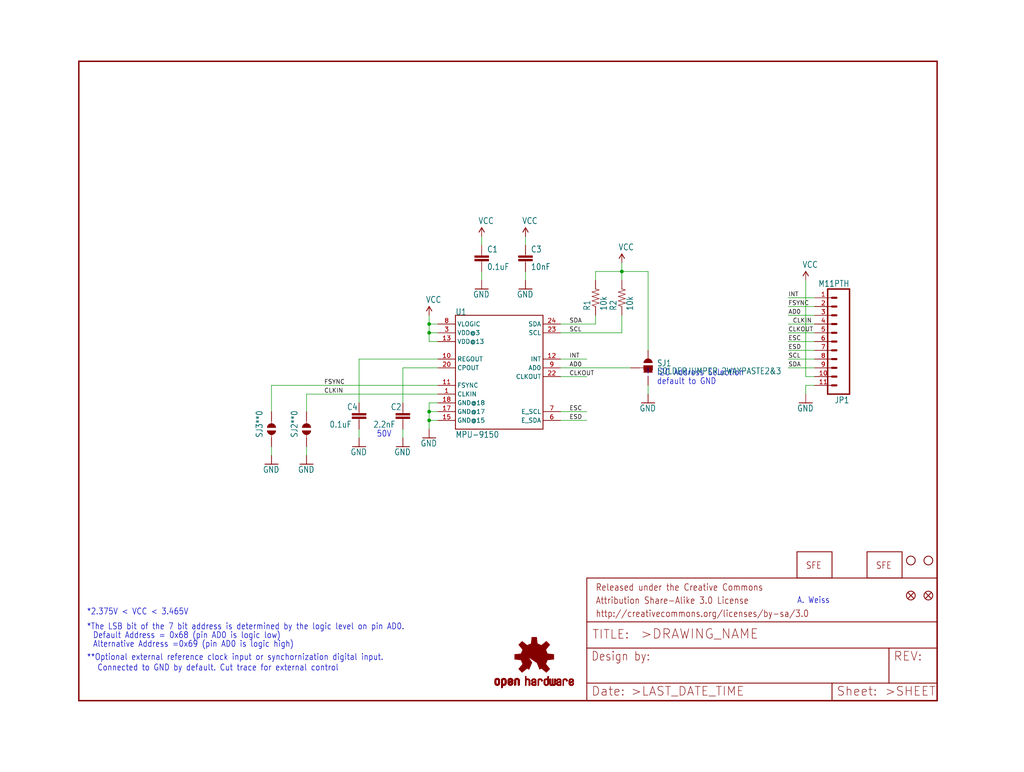
<source format=kicad_sch>
(kicad_sch (version 20211123) (generator eeschema)
  (paper "User" 297.002 223.926)
  (lib_symbols
    (symbol "eagleSchem-eagle-import:CAP0402-CAP"
      (property "Reference" "C" (at 1.524 2.921 0))
      (property "Value" "CAP0402-CAP" (at 1.524 -2.159 0))
      (symbol "CAP0402-CAP_1_0"
        (pin passive line (at 0 5.08 270) (length 2.54) (name "1") (number "1"))
        (pin passive line (at 0 -2.54 90) (length 2.54) (name "2") (number "2"))
      )
    )
    (symbol "eagleSchem-eagle-import:FIDUCIALUFIDUCIAL")
    (symbol "eagleSchem-eagle-import:FRAME-LETTER"
      (symbol "FRAME-LETTER_2_0"
        (text ">DRAWING_NAME" (at 15.494 17.78 0) (effects (font (size 2.7432 2.7432)) (justify left bottom)))
        (text ">LAST_DATE_TIME" (at 12.7 1.27 0) (effects (font (size 2.54 2.54)) (justify left bottom)))
        (text ">SHEET" (at 86.36 1.27 0) (effects (font (size 2.54 2.54)) (justify left bottom)))
        (text "Attribution Share-Alike 3.0 License" (at 2.54 27.94 0) (effects (font (size 1.9304 1.6408)) (justify left bottom)))
        (text "Date:" (at 1.27 1.27 0) (effects (font (size 2.54 2.54)) (justify left bottom)))
        (text "Design by:" (at 1.27 11.43 0) (effects (font (size 2.54 2.159)) (justify left bottom)))
        (text "http://creativecommons.org/licenses/by-sa/3.0" (at 2.54 24.13 0) (effects (font (size 1.9304 1.6408)) (justify left bottom)))
        (text "Released under the Creative Commons" (at 2.54 31.75 0) (effects (font (size 1.9304 1.6408)) (justify left bottom)))
        (text "REV:" (at 88.9 11.43 0) (effects (font (size 2.54 2.54)) (justify left bottom)))
        (text "Sheet:" (at 72.39 1.27 0) (effects (font (size 2.54 2.54)) (justify left bottom)))
        (text "TITLE:" (at 1.524 17.78 0) (effects (font (size 2.54 2.54)) (justify left bottom)))
      )
    )
    (symbol "eagleSchem-eagle-import:GND" (power)
      (property "Value" "GND" (at -2.54 -2.54 0))
      (symbol "GND_1_0"
        (pin power_in line (at 0 2.54 270) (length 2.54) (name "GND") (number "1"))
      )
    )
    (symbol "eagleSchem-eagle-import:LOGO-SFENW2"
      (symbol "LOGO-SFENW2_1_0"
        (text "SFE" (at 0 0 0) (effects (font (size 1.9304 1.6408)) (justify left bottom)))
      )
    )
    (symbol "eagleSchem-eagle-import:LOGO-SFESK"
      (symbol "LOGO-SFESK_1_0"
        (text "SFE" (at 0 0 0) (effects (font (size 1.9304 1.6408)) (justify left bottom)))
      )
    )
    (symbol "eagleSchem-eagle-import:M11PTH"
      (property "Reference" "JP" (at 0 16.002 0))
      (property "Value" "M11PTH" (at 0 -17.78 0))
      (symbol "M11PTH_1_0"
        (pin passive line (at 10.16 -12.7 180) (length 5.08) (name "1") (number "1"))
        (pin passive line (at 10.16 10.16 180) (length 5.08) (name "10") (number "10"))
        (pin passive line (at 10.16 12.7 180) (length 5.08) (name "11") (number "11"))
        (pin passive line (at 10.16 -10.16 180) (length 5.08) (name "2") (number "2"))
        (pin passive line (at 10.16 -7.62 180) (length 5.08) (name "3") (number "3"))
        (pin passive line (at 10.16 -5.08 180) (length 5.08) (name "4") (number "4"))
        (pin passive line (at 10.16 -2.54 180) (length 5.08) (name "5") (number "5"))
        (pin passive line (at 10.16 0 180) (length 5.08) (name "6") (number "6"))
        (pin passive line (at 10.16 2.54 180) (length 5.08) (name "7") (number "7"))
        (pin passive line (at 10.16 5.08 180) (length 5.08) (name "8") (number "8"))
        (pin passive line (at 10.16 7.62 180) (length 5.08) (name "9") (number "9"))
      )
    )
    (symbol "eagleSchem-eagle-import:MPU-9150QFN-24-NP"
      (property "Reference" "U" (at -12.7 17.78 0))
      (property "Value" "MPU-9150QFN-24-NP" (at -12.7 -17.78 0))
      (symbol "MPU-9150QFN-24-NP_1_0"
        (pin bidirectional line (at -17.78 -5.08 0) (length 5.08) (name "CLKIN") (number "1"))
        (pin bidirectional line (at -17.78 5.08 0) (length 5.08) (name "REGOUT") (number "10"))
        (pin bidirectional line (at -17.78 -2.54 0) (length 5.08) (name "FSYNC") (number "11"))
        (pin bidirectional line (at 17.78 5.08 180) (length 5.08) (name "INT") (number "12"))
        (pin bidirectional line (at -17.78 10.16 0) (length 5.08) (name "VDD@13") (number "13"))
        (pin bidirectional line (at -17.78 -12.7 0) (length 5.08) (name "GND@15") (number "15"))
        (pin bidirectional line (at -17.78 -10.16 0) (length 5.08) (name "GND@17") (number "17"))
        (pin bidirectional line (at -17.78 -7.62 0) (length 5.08) (name "GND@18") (number "18"))
        (pin bidirectional line (at -17.78 2.54 0) (length 5.08) (name "CPOUT") (number "20"))
        (pin bidirectional line (at 17.78 0 180) (length 5.08) (name "CLKOUT") (number "22"))
        (pin bidirectional line (at 17.78 12.7 180) (length 5.08) (name "SCL") (number "23"))
        (pin bidirectional line (at 17.78 15.24 180) (length 5.08) (name "SDA") (number "24"))
        (pin bidirectional line (at -17.78 12.7 0) (length 5.08) (name "VDD@3") (number "3"))
        (pin bidirectional line (at 17.78 -12.7 180) (length 5.08) (name "E_SDA") (number "6"))
        (pin bidirectional line (at 17.78 -10.16 180) (length 5.08) (name "E_SCL") (number "7"))
        (pin bidirectional line (at -17.78 15.24 0) (length 5.08) (name "VLOGIC") (number "8"))
        (pin bidirectional line (at 17.78 2.54 180) (length 5.08) (name "AD0") (number "9"))
      )
    )
    (symbol "eagleSchem-eagle-import:OSHW-LOGOS")
    (symbol "eagleSchem-eagle-import:RESISTOR0402-RES"
      (property "Reference" "R" (at -3.81 1.4986 0))
      (property "Value" "RESISTOR0402-RES" (at -3.81 -3.302 0))
      (symbol "RESISTOR0402-RES_1_0"
        (pin passive line (at -5.08 0 0) (length 2.54) (name "1") (number "1"))
        (pin passive line (at 5.08 0 180) (length 2.54) (name "2") (number "2"))
      )
    )
    (symbol "eagleSchem-eagle-import:SOLDERJUMPERTRACE"
      (property "Reference" "SJ" (at -2.54 2.54 0))
      (property "Value" "SOLDERJUMPERTRACE" (at -2.54 -5.08 0))
      (symbol "SOLDERJUMPERTRACE_1_0"
        (pin passive line (at -5.08 0 0) (length 2.54) (name "1") (number "1"))
        (pin passive line (at 5.08 0 180) (length 2.54) (name "2") (number "2"))
      )
    )
    (symbol "eagleSchem-eagle-import:SOLDERJUMPER_2WAYPASTE2&3"
      (property "Reference" "SJ" (at 2.54 0.381 0))
      (property "Value" "SOLDERJUMPER_2WAYPASTE2&3" (at 2.54 -1.905 0))
      (symbol "SOLDERJUMPER_2WAYPASTE2&3_1_0"
        (pin passive line (at 0 5.08 270) (length 2.54) (name "1") (number "1"))
        (pin passive line (at -5.08 0 0) (length 2.54) (name "2") (number "2"))
        (pin passive line (at 0 -5.08 90) (length 2.54) (name "3") (number "3"))
      )
    )
    (symbol "eagleSchem-eagle-import:STAND-OFF")
    (symbol "eagleSchem-eagle-import:VCC" (power)
      (property "Value" "VCC" (at -1.016 3.556 0))
      (symbol "VCC_1_0"
        (pin power_in line (at 0 0 90) (length 2.54) (name "VCC") (number "1"))
      )
    )
  )
  (junction (at 124.46 121.92))
  (junction (at 124.46 93.98))
  (junction (at 124.46 119.38))
  (junction (at 124.46 96.52))
  (junction (at 180.34 78.74))
  (wire (pts (xy 187.96 101.6) (xy 187.96 78.74)))
  (wire (pts (xy 162.56 109.22) (xy 170.18 109.22)))
  (wire (pts (xy 236.22 109.22) (xy 233.68 109.22)))
  (wire (pts (xy 236.22 93.98) (xy 228.6 93.98)))
  (wire (pts (xy 236.22 88.9) (xy 228.6 88.9)))
  (wire (pts (xy 116.84 106.68) (xy 116.84 116.84)))
  (wire (pts (xy 162.56 93.98) (xy 172.72 93.98)))
  (wire (pts (xy 78.74 111.76) (xy 127 111.76)))
  (wire (pts (xy 124.46 96.52) (xy 124.46 93.98)))
  (wire (pts (xy 127 121.92) (xy 124.46 121.92)))
  (wire (pts (xy 127 99.06) (xy 124.46 99.06)))
  (wire (pts (xy 124.46 119.38) (xy 124.46 121.92)))
  (wire (pts (xy 228.6 101.6) (xy 236.22 101.6)))
  (wire (pts (xy 88.9 114.3) (xy 88.9 119.38)))
  (wire (pts (xy 162.56 119.38) (xy 170.18 119.38)))
  (wire (pts (xy 180.34 78.74) (xy 180.34 81.28)))
  (wire (pts (xy 127 96.52) (xy 124.46 96.52)))
  (wire (pts (xy 180.34 78.74) (xy 180.34 76.2)))
  (wire (pts (xy 104.14 104.14) (xy 104.14 116.84)))
  (wire (pts (xy 104.14 127) (xy 104.14 124.46)))
  (wire (pts (xy 172.72 81.28) (xy 172.72 78.74)))
  (wire (pts (xy 180.34 96.52) (xy 180.34 91.44)))
  (wire (pts (xy 78.74 111.76) (xy 78.74 119.38)))
  (wire (pts (xy 124.46 121.92) (xy 124.46 124.46)))
  (wire (pts (xy 233.68 109.22) (xy 233.68 81.28)))
  (wire (pts (xy 139.7 68.58) (xy 139.7 71.12)))
  (wire (pts (xy 228.6 91.44) (xy 236.22 91.44)))
  (wire (pts (xy 127 116.84) (xy 124.46 116.84)))
  (wire (pts (xy 172.72 78.74) (xy 180.34 78.74)))
  (wire (pts (xy 228.6 96.52) (xy 236.22 96.52)))
  (polyline (pts (xy 187.96 106.68) (xy 187.96 109.22)))
  (wire (pts (xy 127 106.68) (xy 116.84 106.68)))
  (wire (pts (xy 152.4 68.58) (xy 152.4 71.12)))
  (wire (pts (xy 152.4 78.74) (xy 152.4 81.28)))
  (wire (pts (xy 127 104.14) (xy 104.14 104.14)))
  (wire (pts (xy 124.46 93.98) (xy 124.46 91.44)))
  (wire (pts (xy 172.72 93.98) (xy 172.72 91.44)))
  (wire (pts (xy 116.84 127) (xy 116.84 124.46)))
  (wire (pts (xy 187.96 111.76) (xy 187.96 114.3)))
  (wire (pts (xy 88.9 129.54) (xy 88.9 132.08)))
  (wire (pts (xy 162.56 106.68) (xy 182.88 106.68)))
  (wire (pts (xy 187.96 78.74) (xy 180.34 78.74)))
  (wire (pts (xy 228.6 99.06) (xy 236.22 99.06)))
  (wire (pts (xy 88.9 114.3) (xy 127 114.3)))
  (wire (pts (xy 236.22 111.76) (xy 233.68 111.76)))
  (wire (pts (xy 162.56 96.52) (xy 180.34 96.52)))
  (wire (pts (xy 228.6 104.14) (xy 236.22 104.14)))
  (wire (pts (xy 228.6 106.68) (xy 236.22 106.68)))
  (wire (pts (xy 139.7 81.28) (xy 139.7 78.74)))
  (wire (pts (xy 233.68 111.76) (xy 233.68 114.3)))
  (wire (pts (xy 162.56 121.92) (xy 170.18 121.92)))
  (wire (pts (xy 228.6 86.36) (xy 236.22 86.36)))
  (wire (pts (xy 124.46 99.06) (xy 124.46 96.52)))
  (wire (pts (xy 124.46 116.84) (xy 124.46 119.38)))
  (wire (pts (xy 127 119.38) (xy 124.46 119.38)))
  (wire (pts (xy 78.74 129.54) (xy 78.74 132.08)))
  (wire (pts (xy 162.56 104.14) (xy 170.18 104.14)))
  (wire (pts (xy 127 93.98) (xy 124.46 93.98)))
  (text "50V" (at 109.22 127 180) (effects (font (size 1.778 1.5113)) (justify left bottom)))
  (text "A. Weiss" (at 231.14 175.26 180) (effects (font (size 1.778 1.5113)) (justify left bottom)))
  (text "*The LSB bit of the 7 bit address is determined by the logic level on pin AD0." (at 25.146 182.88 0) (effects (font (size 1.778 1.5113)) (justify left bottom)))
  (text "*2.375V < VCC < 3.465V" (at 25.146 178.562 180) (effects (font (size 1.778 1.5113)) (justify left bottom)))
  (text "Connected to GND by default. Cut trace for external control" (at 28.194 194.818 0) (effects (font (size 1.778 1.5113)) (justify left bottom)))
  (text "I2C Address Selection" (at 190.5 109.22 180) (effects (font (size 1.778 1.5113)) (justify left bottom)))
  (text "Alternative Address =0x69 (pin AD0 is logic high)" (at 26.924 187.96 180) (effects (font (size 1.778 1.5113)) (justify left bottom)))
  (text "default to GND" (at 190.5 111.76 180) (effects (font (size 1.778 1.5113)) (justify left bottom)))
  (text "**Optional external reference clock input or synchornization digital input." (at 25.146 191.77 0) (effects (font (size 1.778 1.5113)) (justify left bottom)))
  (text "Default Address = 0x68 (pin AD0 is logic low)" (at 26.924 185.42 180) (effects (font (size 1.778 1.5113)) (justify left bottom)))
  (label "AD0" (at 228.6 91.44 0) (effects (font (size 1.2446 1.2446))))
  (label "SCL" (at 165.1 96.52 0) (effects (font (size 1.2446 1.2446))))
  (label "SDA" (at 165.1 93.98 0) (effects (font (size 1.2446 1.2446))))
  (label "CLKIN" (at 229.87 93.98 0) (effects (font (size 1.2446 1.2446))))
  (label "ESD" (at 165.1 121.92 0) (effects (font (size 1.2446 1.2446))))
  (label "CLKOUT" (at 228.6 96.52 0) (effects (font (size 1.2446 1.2446))))
  (label "ESC" (at 228.6 99.06 0) (effects (font (size 1.2446 1.2446))))
  (label "CLKIN" (at 93.98 114.3 0) (effects (font (size 1.2446 1.2446))))
  (label "CLKOUT" (at 165.1 109.22 0) (effects (font (size 1.2446 1.2446))))
  (label "SCL" (at 228.6 104.14 0) (effects (font (size 1.2446 1.2446))))
  (label "ESD" (at 228.6 101.6 0) (effects (font (size 1.2446 1.2446))))
  (label "AD0" (at 165.1 106.68 0) (effects (font (size 1.2446 1.2446))))
  (label "FSYNC" (at 228.6 88.9 0) (effects (font (size 1.2446 1.2446))))
  (label "SDA" (at 228.6 106.68 0) (effects (font (size 1.2446 1.2446))))
  (label "ESC" (at 165.1 119.38 0) (effects (font (size 1.2446 1.2446))))
  (label "INT" (at 165.1 104.14 0) (effects (font (size 1.2446 1.2446))))
  (label "FSYNC" (at 93.98 111.76 0) (effects (font (size 1.2446 1.2446))))
  (label "INT" (at 228.6 86.36 0) (effects (font (size 1.2446 1.2446))))
  (symbol (lib_id "eagleSchem-eagle-import:OSHW-LOGOS") (at 154.94 190.5 0) (unit 1)
    (property "Reference" "U$1" (effects hide))
    (property "Value" "OSHW-LOGOS" (effects hide))
    (property "Footprint" "eagleSchem:OSHW-LOGO-S" (effects hide))
  )
  (symbol (lib_id "eagleSchem-eagle-import:FRAME-LETTER") (at 170.18 203.2 0) (unit 2)
    (property "Reference" "#FRAME1" (effects hide))
    (property "Value" "FRAME-LETTER" (effects hide))
    (property "Footprint" "eagleSchem:" (effects hide))
  )
  (symbol (lib_id "eagleSchem-eagle-import:VCC") (at 124.46 91.44 0) (unit 1)
    (property "Reference" "#P+1" (effects hide))
    (property "Value" "VCC" (at 123.444 87.884 0) (effects (font (size 1.778 1.5113)) (justify left bottom)))
    (property "Footprint" "eagleSchem:" (effects hide))
  )
  (symbol (lib_id "eagleSchem-eagle-import:GND") (at 78.74 134.62 0) (unit 1)
    (property "Reference" "#GND9" (effects hide))
    (property "Value" "GND" (at 76.2 137.16 0) (effects (font (size 1.778 1.5113)) (justify left bottom)))
    (property "Footprint" "eagleSchem:" (effects hide))
  )
  (symbol (lib_id "eagleSchem-eagle-import:MPU-9150QFN-24-NP") (at 144.78 109.22 0) (unit 1)
    (property "Reference" "U1" (at 132.08 91.44 0) (effects (font (size 1.778 1.5113)) (justify left bottom)))
    (property "Value" "MPU-9150" (at 132.08 127 0) (effects (font (size 1.778 1.5113)) (justify left bottom)))
    (property "Footprint" "eagleSchem:QFN-24-NP" (effects hide))
  )
  (symbol (lib_id "eagleSchem-eagle-import:GND") (at 187.96 116.84 0) (unit 1)
    (property "Reference" "#GND7" (effects hide))
    (property "Value" "GND" (at 185.42 119.38 0) (effects (font (size 1.778 1.5113)) (justify left bottom)))
    (property "Footprint" "eagleSchem:" (effects hide))
  )
  (symbol (lib_id "eagleSchem-eagle-import:STAND-OFF") (at 269.24 162.56 0) (unit 1)
    (property "Reference" "JP2" (effects hide))
    (property "Value" "STAND-OFF" (effects hide))
    (property "Footprint" "eagleSchem:STAND-OFF" (effects hide))
  )
  (symbol (lib_id "eagleSchem-eagle-import:LOGO-SFENW2") (at 254 165.1 0) (unit 1)
    (property "Reference" "JP4" (effects hide))
    (property "Value" "LOGO-SFENW2" (effects hide))
    (property "Footprint" "eagleSchem:SFE-NEW-WEB" (effects hide))
  )
  (symbol (lib_id "eagleSchem-eagle-import:M11PTH") (at 246.38 99.06 180) (unit 1)
    (property "Reference" "JP1" (at 246.38 115.062 0) (effects (font (size 1.778 1.5113)) (justify left bottom)))
    (property "Value" "M11PTH" (at 246.38 81.28 0) (effects (font (size 1.778 1.5113)) (justify left bottom)))
    (property "Footprint" "eagleSchem:1X11" (effects hide))
  )
  (symbol (lib_id "eagleSchem-eagle-import:GND") (at 152.4 83.82 0) (unit 1)
    (property "Reference" "#GND4" (effects hide))
    (property "Value" "GND" (at 149.86 86.36 0) (effects (font (size 1.778 1.5113)) (justify left bottom)))
    (property "Footprint" "eagleSchem:" (effects hide))
  )
  (symbol (lib_id "eagleSchem-eagle-import:LOGO-SFESK") (at 233.68 165.1 0) (unit 1)
    (property "Reference" "JP6" (effects hide))
    (property "Value" "LOGO-SFESK" (effects hide))
    (property "Footprint" "eagleSchem:SFE-LOGO-FLAME" (effects hide))
  )
  (symbol (lib_id "eagleSchem-eagle-import:STAND-OFF") (at 264.16 162.56 0) (unit 1)
    (property "Reference" "JP3" (effects hide))
    (property "Value" "STAND-OFF" (effects hide))
    (property "Footprint" "eagleSchem:STAND-OFF" (effects hide))
  )
  (symbol (lib_id "eagleSchem-eagle-import:SOLDERJUMPER_2WAYPASTE2&3") (at 187.96 106.68 0) (unit 1)
    (property "Reference" "SJ1" (at 190.5 106.299 0) (effects (font (size 1.778 1.5113)) (justify left bottom)))
    (property "Value" "SOLDERJUMPER_2WAYPASTE2&3" (at 190.5 108.585 0) (effects (font (size 1.778 1.5113)) (justify left bottom)))
    (property "Footprint" "eagleSchem:SJ_3_PASTE2&3" (effects hide))
  )
  (symbol (lib_id "eagleSchem-eagle-import:FIDUCIALUFIDUCIAL") (at 269.24 172.72 0) (unit 1)
    (property "Reference" "JP7" (effects hide))
    (property "Value" "FIDUCIALUFIDUCIAL" (effects hide))
    (property "Footprint" "eagleSchem:MICRO-FIDUCIAL" (effects hide))
  )
  (symbol (lib_id "eagleSchem-eagle-import:GND") (at 233.68 116.84 0) (unit 1)
    (property "Reference" "#GND6" (effects hide))
    (property "Value" "GND" (at 231.14 119.38 0) (effects (font (size 1.778 1.5113)) (justify left bottom)))
    (property "Footprint" "eagleSchem:" (effects hide))
  )
  (symbol (lib_id "eagleSchem-eagle-import:VCC") (at 152.4 68.58 0) (unit 1)
    (property "Reference" "#P+4" (effects hide))
    (property "Value" "VCC" (at 151.384 65.024 0) (effects (font (size 1.778 1.5113)) (justify left bottom)))
    (property "Footprint" "eagleSchem:" (effects hide))
  )
  (symbol (lib_id "eagleSchem-eagle-import:VCC") (at 139.7 68.58 0) (unit 1)
    (property "Reference" "#P+3" (effects hide))
    (property "Value" "VCC" (at 138.684 65.024 0) (effects (font (size 1.778 1.5113)) (justify left bottom)))
    (property "Footprint" "eagleSchem:" (effects hide))
  )
  (symbol (lib_id "eagleSchem-eagle-import:GND") (at 104.14 129.54 0) (unit 1)
    (property "Reference" "#GND5" (effects hide))
    (property "Value" "GND" (at 101.6 132.08 0) (effects (font (size 1.778 1.5113)) (justify left bottom)))
    (property "Footprint" "eagleSchem:" (effects hide))
  )
  (symbol (lib_id "eagleSchem-eagle-import:CAP0402-CAP") (at 104.14 121.92 0) (unit 1)
    (property "Reference" "C4" (at 100.584 118.999 0) (effects (font (size 1.778 1.5113)) (justify left bottom)))
    (property "Value" "0.1uF" (at 95.504 124.079 0) (effects (font (size 1.778 1.5113)) (justify left bottom)))
    (property "Footprint" "eagleSchem:0402-CAP" (effects hide))
  )
  (symbol (lib_id "eagleSchem-eagle-import:GND") (at 88.9 134.62 0) (unit 1)
    (property "Reference" "#GND8" (effects hide))
    (property "Value" "GND" (at 86.36 137.16 0) (effects (font (size 1.778 1.5113)) (justify left bottom)))
    (property "Footprint" "eagleSchem:" (effects hide))
  )
  (symbol (lib_id "eagleSchem-eagle-import:GND") (at 124.46 127 0) (unit 1)
    (property "Reference" "#GND1" (effects hide))
    (property "Value" "GND" (at 121.92 129.54 0) (effects (font (size 1.778 1.5113)) (justify left bottom)))
    (property "Footprint" "eagleSchem:" (effects hide))
  )
  (symbol (lib_id "eagleSchem-eagle-import:VCC") (at 233.68 81.28 0) (unit 1)
    (property "Reference" "#P+5" (effects hide))
    (property "Value" "VCC" (at 232.664 77.724 0) (effects (font (size 1.778 1.5113)) (justify left bottom)))
    (property "Footprint" "eagleSchem:" (effects hide))
  )
  (symbol (lib_id "eagleSchem-eagle-import:CAP0402-CAP") (at 139.7 76.2 0) (unit 1)
    (property "Reference" "C1" (at 141.224 73.279 0) (effects (font (size 1.778 1.5113)) (justify left bottom)))
    (property "Value" "0.1uF" (at 141.224 78.359 0) (effects (font (size 1.778 1.5113)) (justify left bottom)))
    (property "Footprint" "eagleSchem:0402-CAP" (effects hide))
  )
  (symbol (lib_id "eagleSchem-eagle-import:RESISTOR0402-RES") (at 180.34 86.36 90) (unit 1)
    (property "Reference" "R2" (at 178.8414 90.17 0) (effects (font (size 1.778 1.5113)) (justify left bottom)))
    (property "Value" "10k" (at 183.642 90.17 0) (effects (font (size 1.778 1.5113)) (justify left bottom)))
    (property "Footprint" "eagleSchem:0402-RES" (effects hide))
  )
  (symbol (lib_id "eagleSchem-eagle-import:GND") (at 116.84 129.54 0) (unit 1)
    (property "Reference" "#GND3" (effects hide))
    (property "Value" "GND" (at 114.3 132.08 0) (effects (font (size 1.778 1.5113)) (justify left bottom)))
    (property "Footprint" "eagleSchem:" (effects hide))
  )
  (symbol (lib_id "eagleSchem-eagle-import:SOLDERJUMPERTRACE") (at 78.74 124.46 90) (unit 1)
    (property "Reference" "SJ3**0" (at 76.2 127 0) (effects (font (size 1.778 1.5113)) (justify left bottom)))
    (property "Value" "SOLDERJUMPERTRACE" (effects hide))
    (property "Footprint" "eagleSchem:SJ_2S-TRACE" (effects hide))
  )
  (symbol (lib_id "eagleSchem-eagle-import:SOLDERJUMPERTRACE") (at 88.9 124.46 90) (unit 1)
    (property "Reference" "SJ2**0" (at 86.36 127 0) (effects (font (size 1.778 1.5113)) (justify left bottom)))
    (property "Value" "SOLDERJUMPERTRACE" (effects hide))
    (property "Footprint" "eagleSchem:SJ_2S-TRACE" (effects hide))
  )
  (symbol (lib_id "eagleSchem-eagle-import:GND") (at 139.7 83.82 0) (unit 1)
    (property "Reference" "#GND2" (effects hide))
    (property "Value" "GND" (at 137.16 86.36 0) (effects (font (size 1.778 1.5113)) (justify left bottom)))
    (property "Footprint" "eagleSchem:" (effects hide))
  )
  (symbol (lib_id "eagleSchem-eagle-import:FRAME-LETTER") (at 22.86 203.2 0) (unit 1)
    (property "Reference" "#FRAME1" (effects hide))
    (property "Value" "FRAME-LETTER" (effects hide))
    (property "Footprint" "eagleSchem:" (effects hide))
  )
  (symbol (lib_id "eagleSchem-eagle-import:CAP0402-CAP") (at 116.84 121.92 0) (unit 1)
    (property "Reference" "C2" (at 113.284 118.999 0) (effects (font (size 1.778 1.5113)) (justify left bottom)))
    (property "Value" "2.2nF" (at 108.204 124.079 0) (effects (font (size 1.778 1.5113)) (justify left bottom)))
    (property "Footprint" "eagleSchem:0402-CAP" (effects hide))
  )
  (symbol (lib_id "eagleSchem-eagle-import:FIDUCIALUFIDUCIAL") (at 264.16 172.72 0) (unit 1)
    (property "Reference" "JP8" (effects hide))
    (property "Value" "FIDUCIALUFIDUCIAL" (effects hide))
    (property "Footprint" "eagleSchem:MICRO-FIDUCIAL" (effects hide))
  )
  (symbol (lib_id "eagleSchem-eagle-import:RESISTOR0402-RES") (at 172.72 86.36 90) (unit 1)
    (property "Reference" "R1" (at 171.2214 90.17 0) (effects (font (size 1.778 1.5113)) (justify left bottom)))
    (property "Value" "10k" (at 176.022 90.17 0) (effects (font (size 1.778 1.5113)) (justify left bottom)))
    (property "Footprint" "eagleSchem:0402-RES" (effects hide))
  )
  (symbol (lib_id "eagleSchem-eagle-import:CAP0402-CAP") (at 152.4 76.2 0) (unit 1)
    (property "Reference" "C3" (at 153.924 73.279 0) (effects (font (size 1.778 1.5113)) (justify left bottom)))
    (property "Value" "10nF" (at 153.924 78.359 0) (effects (font (size 1.778 1.5113)) (justify left bottom)))
    (property "Footprint" "eagleSchem:0402-CAP" (effects hide))
  )
  (symbol (lib_id "eagleSchem-eagle-import:VCC") (at 180.34 76.2 0) (unit 1)
    (property "Reference" "#P+2" (effects hide))
    (property "Value" "VCC" (at 179.324 72.644 0) (effects (font (size 1.778 1.5113)) (justify left bottom)))
    (property "Footprint" "eagleSchem:" (effects hide))
  )
)
</source>
